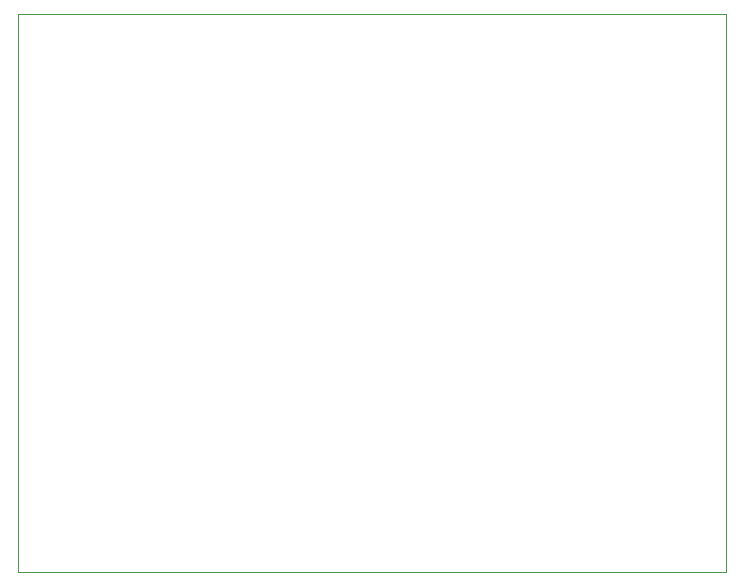
<source format=gm1>
%TF.GenerationSoftware,KiCad,Pcbnew,(6.0.8)*%
%TF.CreationDate,2022-11-03T15:18:16-07:00*%
%TF.ProjectId,TipBlaster_V2,54697042-6c61-4737-9465-725f56322e6b,rev?*%
%TF.SameCoordinates,Original*%
%TF.FileFunction,Profile,NP*%
%FSLAX46Y46*%
G04 Gerber Fmt 4.6, Leading zero omitted, Abs format (unit mm)*
G04 Created by KiCad (PCBNEW (6.0.8)) date 2022-11-03 15:18:16*
%MOMM*%
%LPD*%
G01*
G04 APERTURE LIST*
%TA.AperFunction,Profile*%
%ADD10C,0.100000*%
%TD*%
G04 APERTURE END LIST*
D10*
X87376000Y-57150000D02*
X147320000Y-57150000D01*
X147320000Y-57150000D02*
X147320000Y-104394000D01*
X147320000Y-104394000D02*
X87376000Y-104394000D01*
X87376000Y-104394000D02*
X87376000Y-57150000D01*
M02*

</source>
